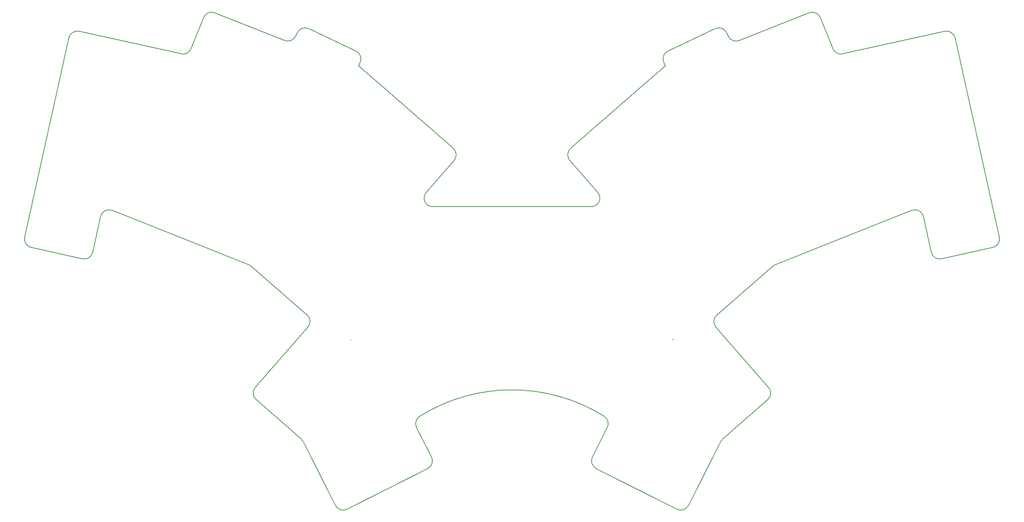
<source format=gbr>
%TF.GenerationSoftware,KiCad,Pcbnew,8.0.6*%
%TF.CreationDate,2025-01-03T23:57:13-08:00*%
%TF.ProjectId,sessile,73657373-696c-4652-9e6b-696361645f70,0.1*%
%TF.SameCoordinates,Original*%
%TF.FileFunction,Profile,NP*%
%FSLAX46Y46*%
G04 Gerber Fmt 4.6, Leading zero omitted, Abs format (unit mm)*
G04 Created by KiCad (PCBNEW 8.0.6) date 2025-01-03 23:57:13*
%MOMM*%
%LPD*%
G01*
G04 APERTURE LIST*
%TA.AperFunction,Profile*%
%ADD10C,0.150000*%
%TD*%
G04 APERTURE END LIST*
D10*
X216019034Y-146938524D02*
X216019034Y-146869968D01*
X197217676Y-116319218D02*
X160820392Y-116319218D01*
X142019034Y-146869968D02*
X142019034Y-146938524D01*
X119029697Y-129981722D02*
X131912968Y-141232797D01*
X142019034Y-146869968D02*
X141985068Y-146908861D01*
X159313977Y-113003652D02*
X165703468Y-105687235D01*
X143755978Y-83860403D02*
X165512619Y-102865254D01*
X226125100Y-141232797D02*
X239008372Y-129981722D01*
X216053000Y-146908861D02*
X216019034Y-146869968D01*
X192334600Y-105687235D02*
X198724092Y-113003652D01*
X192525449Y-102865254D02*
X214282981Y-83867023D01*
X157821356Y-164575055D02*
G75*
G02*
X200216712Y-164575055I21197678J-33921357D01*
G01*
X68503894Y-125726753D02*
X80221663Y-128314008D01*
X82605834Y-126792256D02*
X84419603Y-118577633D01*
X66982142Y-123342582D02*
X77115558Y-77447987D01*
X79499729Y-75926235D02*
X102967320Y-81107822D01*
X87112415Y-117150719D02*
X118453981Y-129630014D01*
X110693751Y-71646016D02*
X126735909Y-78033534D01*
X105256653Y-79894711D02*
X108095778Y-72764289D01*
X143755978Y-83860403D02*
X144100423Y-83133675D01*
X129280162Y-77038039D02*
X129665195Y-76232646D01*
X132332227Y-75290871D02*
X143158648Y-80466643D01*
X277816405Y-128314008D02*
X289534174Y-125726753D01*
X280922510Y-77447987D02*
X291055926Y-123342582D01*
X273618465Y-118577633D02*
X275432234Y-126792256D01*
X255070748Y-81107822D02*
X278538340Y-75926235D01*
X239584087Y-129630014D02*
X270925654Y-117150719D01*
X249942290Y-72764289D02*
X252781416Y-79894711D01*
X231302160Y-78033534D02*
X247344317Y-71646016D01*
X228372873Y-76232646D02*
X228757906Y-77038039D01*
X213937645Y-83133675D02*
X214282981Y-83867023D01*
X214879420Y-80466643D02*
X225705841Y-75290871D01*
X120191462Y-160735779D02*
X130477152Y-169718363D01*
X120000613Y-157913798D02*
X132103818Y-144054778D01*
X141985068Y-146908861D02*
X142019034Y-146938524D01*
X130945671Y-170320874D02*
X138440875Y-185114560D01*
X157097156Y-167175027D02*
X160518919Y-173928745D01*
X141128863Y-185994740D02*
X159638739Y-176616733D01*
X227560916Y-169718363D02*
X237846606Y-160735779D01*
X225934251Y-144054778D02*
X238037455Y-157913798D01*
X216019034Y-146938524D02*
X216053000Y-146908861D01*
X219597194Y-185114560D02*
X227092398Y-170320874D01*
X197519149Y-173928745D02*
X200940913Y-167175027D01*
X198399330Y-176616733D02*
X216909205Y-185994740D01*
X160820392Y-116319218D02*
G75*
G02*
X159313977Y-113003652I0J2000000D01*
G01*
X165512619Y-102865253D02*
G75*
G02*
X165703469Y-105687235I-1315566J-1506416D01*
G01*
X143158648Y-80466644D02*
G75*
G02*
X144100423Y-83133675I-862628J-1804403D01*
G01*
X129665195Y-76232647D02*
G75*
G02*
X132332227Y-75290871I1804404J-862628D01*
G01*
X129280162Y-77038039D02*
G75*
G02*
X126735909Y-78033534I-1804403J862628D01*
G01*
X108095778Y-72764289D02*
G75*
G02*
X110693751Y-71646016I1858123J-739850D01*
G01*
X105256652Y-79894711D02*
G75*
G02*
X102967320Y-81107822I-1858123J739850D01*
G01*
X77115559Y-77447987D02*
G75*
G02*
X79499729Y-75926235I1952961J-431209D01*
G01*
X68503893Y-125726753D02*
G75*
G02*
X66982142Y-123342582I431210J1952961D01*
G01*
X82605834Y-126792257D02*
G75*
G02*
X80221663Y-128314008I-1952961J431210D01*
G01*
X84419602Y-118577633D02*
G75*
G02*
X87112415Y-117150719I1952962J-431210D01*
G01*
X118453981Y-129630014D02*
G75*
G02*
X119029697Y-129981722I-739850J-1858123D01*
G01*
X131912968Y-141232798D02*
G75*
G02*
X132103818Y-144054778I-1315565J-1506415D01*
G01*
X120191462Y-160735779D02*
G75*
G02*
X120000613Y-157913798I1315566J1506415D01*
G01*
X130477152Y-169718363D02*
G75*
G02*
X130945671Y-170320874I-1315566J-1506415D01*
G01*
X141128863Y-185994740D02*
G75*
G02*
X138440875Y-185114560I-903904J1784084D01*
G01*
X160518919Y-173928745D02*
G75*
G02*
X159638739Y-176616733I-1784084J-903904D01*
G01*
X157097155Y-167175027D02*
G75*
G02*
X157821356Y-164575055I1784085J903904D01*
G01*
X200216712Y-164575055D02*
G75*
G02*
X200940913Y-167175027I-1059884J-1696068D01*
G01*
X198399330Y-176616734D02*
G75*
G02*
X197519149Y-173928745I903904J1784085D01*
G01*
X219597193Y-185114560D02*
G75*
G02*
X216909205Y-185994740I-1784084J903904D01*
G01*
X227092397Y-170320874D02*
G75*
G02*
X227560916Y-169718363I1784085J-903904D01*
G01*
X238037455Y-157913798D02*
G75*
G02*
X237846606Y-160735779I-1506415J-1315566D01*
G01*
X225934250Y-144054779D02*
G75*
G02*
X226125100Y-141232797I1506416J1315566D01*
G01*
X239008372Y-129981722D02*
G75*
G02*
X239584087Y-129630014I1315566J-1506415D01*
G01*
X270925653Y-117150720D02*
G75*
G02*
X273618465Y-118577633I739851J-1858123D01*
G01*
X277816405Y-128314009D02*
G75*
G02*
X275432234Y-126792256I-431209J1952962D01*
G01*
X291055926Y-123342583D02*
G75*
G02*
X289534174Y-125726753I-1952961J-431209D01*
G01*
X278538340Y-75926235D02*
G75*
G02*
X280922510Y-77447987I431209J-1952961D01*
G01*
X255070748Y-81107822D02*
G75*
G02*
X252781416Y-79894711I-431209J1952961D01*
G01*
X247344317Y-71646015D02*
G75*
G02*
X249942291Y-72764289I739850J-1858124D01*
G01*
X231302160Y-78033535D02*
G75*
G02*
X228757906Y-77038039I-739850J1858124D01*
G01*
X225705841Y-75290872D02*
G75*
G02*
X228372873Y-76232646I862629J-1804403D01*
G01*
X213937645Y-83133676D02*
G75*
G02*
X214879420Y-80466643I1804404J862629D01*
G01*
X192334600Y-105687235D02*
G75*
G02*
X192525449Y-102865254I1506415J1315566D01*
G01*
X198724091Y-113003652D02*
G75*
G02*
X197217676Y-116319218I-1506415J-1315566D01*
G01*
M02*

</source>
